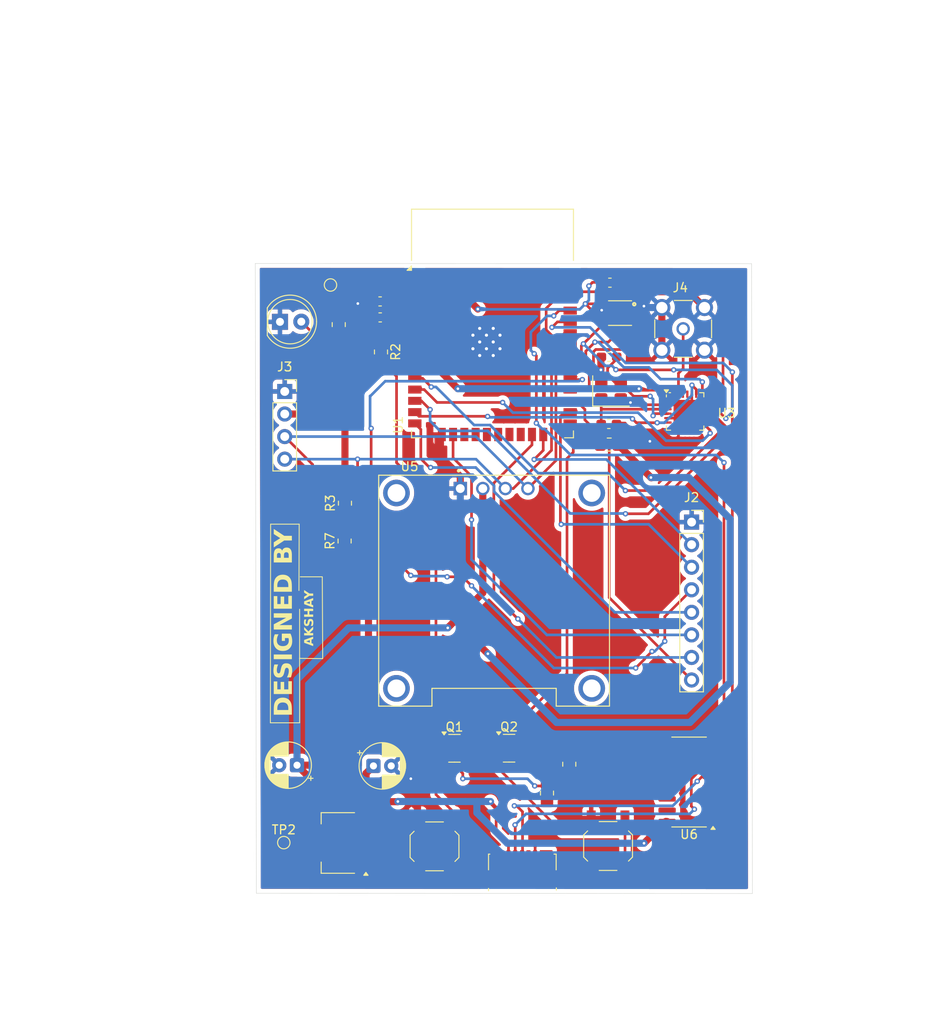
<source format=kicad_pcb>
(kicad_pcb (version 20241229) (generator "pcbnew") (generator_version "9.0")
  (layers (0 "F.Cu" signal) (2 "B.Cu" signal) (13 "F.Paste" user) (15 "B.Paste" user) (5 "F.SilkS" user "F.Silkscreen") (7 "B.SilkS" user "B.Silkscreen") (1 "F.Mask" user) (3 "B.Mask" user) (25 "Edge.Cuts" user))
  (net 0 "")
  (net 1 "/3.3V")
  (net 2 "/GND")
  (net 3 "/VIN")
  (net 4 "/EN")
  (net 5 "Net-(U3-XTA)")
  (net 6 "Net-(U3-XTB)")
  (net 7 "Net-(D1-A)")
  (net 8 "/D-")
  (net 11 "/D+")
  (net 12 "/IO12")
  (net 13 "/IO4")
  (net 14 "/IO16")
  (net 15 "/IO13")
  (net 16 "/IO2")
  (net 17 "/IO15")
  (net 18 "/SCL")
  (net 19 "/SDA")
  (net 20 "Net-(Q1-C)")
  (net 21 "Net-(Q2-C)")
  (net 22 "/IO0")
  (net 23 "/RTS")
  (net 24 "/DTR")
  (net 25 "/RXD")
  (net 26 "/MOSI")
  (net 29 "/MISO")
  (net 30 "/BUSY")
  (net 31 "/RESET")
  (net 37 "/TXD")
  (net 38 "/SCK")
  (net 44 "/DIO1")
  (net 46 "/IO17")
  (net 47 "/NSS")
  (net 65 "/RFO")
  (net 66 "/IO5")
  (footprint "Button_Switch_SMD:SW_SPST_TL3342" (layer "F.Cu") (at 130.06 142.06 90)
    (property "Reference" "SW2" (hide yes))
    (property "Value" "SW_SPST")
  )
  (footprint "Connector_PinSocket_2.54mm:PinSocket_1x08_P2.54mm_Vertical" (layer "F.Cu") (at 159.02 105.55)
    (property "Reference" "J2")
    (property "Value" "Conn_01x08_Pin")
  )
  (footprint "MY_LIBRARY_MODIFIED:LED_D5.0mm_modified" (layer "F.Cu") (at 112.51 82.98)
    (property "Reference" "D1" (hide yes))
    (property "Value" "LED" (hide yes))
  )
  (footprint "Button_Switch_SMD:SW_SPST_TL3342" (layer "F.Cu") (at 149.61 142.02 90)
    (property "Reference" "SW3" (hide yes))
    (property "Value" "SW_SPST" (hide yes))
  )
  (footprint "Connector_PinSocket_2.54mm:PinSocket_1x04_P2.54mm_Vertical" (layer "F.Cu") (at 113.185 90.84)
    (property "Reference" "J3")
    (property "Value" "Conn_01x04_Pin" (hide yes))
  )
  (footprint "Resistor_SMD:R_0805_2012Metric_Pad1.20x1.40mm_HandSolder" (layer "F.Cu") (at 145.24 132.81 -90)
    (property "Reference" "R6" (hide yes))
    (property "Value" "1K")
  )
  (footprint "Package_TO_SOT_SMD:SOT-223-3_TabPin2" (layer "F.Cu") (at 119.2 141.68 180)
    (property "Reference" "U2" (hide yes))
    (property "Value" "AMS1117-3.3" (hide yes))
  )
  (footprint "Capacitor_SMD:C_0603_1608Metric_Pad1.08x0.95mm_HandSolder" (layer "F.Cu") (at 149.8175 78.59)
    (property "Reference" "C5" (hide yes))
    (property "Value" "0.1uF" (hide yes))
  )
  (footprint "TestPoint:TestPoint_Pad_D1.0mm" (layer "F.Cu") (at 118.34 78.85)
    (property "Reference" "TP1" (hide yes))
    (property "Value" "TestPoint" (hide yes))
  )
  (footprint "SMA_FEMALE:LPRS_SMA_CONNECTOR" (layer "F.Cu") (at 158.07 83.79)
    (property "Reference" "J4")
    (property "Value" "SMA_CONNECTOR" (hide yes))
  )
  (footprint "Capacitor_SMD:C_0603_1608Metric_Pad1.08x0.95mm_HandSolder" (layer "F.Cu") (at 149.6975 94.5 180)
    (property "Reference" "C6" (hide yes))
    (property "Value" "10pF")
  )
  (footprint "Resistor_SMD:R_0805_2012Metric_Pad1.20x1.40mm_HandSolder" (layer "F.Cu") (at 119.97 103.42 90)
    (property "Reference" "R3")
    (property "Value" "4.7K")
  )
  (footprint "Crystal:Crystal_SMD_3225-4Pin_3.2x2.5mm" (layer "F.Cu") (at 149.94 90.78)
    (property "Reference" "Y1" (hide yes))
    (property "Value" "16Mhz")
  )
  (footprint "DM-OLED096-636:MODULE_DM-OLED096-636" (layer "F.Cu") (at 136.77 113.27)
    (property "Reference" "U5")
    (property "Value" "DM-OLED096-636" (hide yes))
  )
  (footprint "Capacitor_THT:CP_Radial_D5.0mm_P2.00mm" (layer "F.Cu") (at 114.57 132.92 180)
    (property "Reference" "C1" (hide yes))
    (property "Value" "10uF" (hide yes))
  )
  (footprint "BME280:PSON65P250X250X100-8N" (layer "F.Cu") (at 150.96 82.015)
    (property "Reference" "U4" (hide yes))
    (property "Value" "BME280")
  )
  (footprint "Capacitor_SMD:C_0603_1608Metric_Pad1.08x0.95mm_HandSolder" (layer "F.Cu") (at 149.7175 86.94 180)
    (property "Reference" "C7" (hide yes))
    (property "Value" "10pF")
  )
  (footprint "Capacitor_SMD:C_0603_1608Metric_Pad1.08x0.95mm_HandSolder" (layer "F.Cu") (at 123.94 82.5)
    (property "Reference" "C3" (hide yes))
    (property "Value" "0.1uF" (hide yes))
  )
  (footprint "MY_LIBRARY_MODIFIED:ESP32-WROOM-32_MODIFIED" (layer "F.Cu") (at 136.59 86.175)
    (property "Reference" "U1")
    (property "Value" "ESP32-WROOM-32")
  )
  (footprint "Resistor_SMD:R_0805_2012Metric_Pad1.20x1.40mm_HandSolder" (layer "F.Cu") (at 119.27 83.31 90)
    (property "Reference" "R4" (hide yes))
    (property "Value" "330")
  )
  (footprint "Package_TO_SOT_SMD:SOT-23" (layer "F.Cu") (at 132.3025 131.02)
    (property "Reference" "Q1")
    (property "Value" "BC547" (hide yes))
  )
  (footprint "TestPoint:TestPoint_Pad_D1.0mm" (layer "F.Cu") (at 113.08 141.64)
    (property "Reference" "TP2")
    (property "Value" "TestPoint" (hide yes))
  )
  (footprint "Package_DFN_QFN:QFN-24-1EP_4x4mm_P0.5mm_EP2.6x2.6mm" (layer "F.Cu") (at 158.29 93.0875)
    (property "Reference" "U3")
    (property "Value" "SX1262IMLTRT" (hide yes))
  )
  (footprint "Capacitor_SMD:C_0603_1608Metric_Pad1.08x0.95mm_HandSolder" (layer "F.Cu") (at 123.93 80.7 180)
    (property "Reference" "C4" (hide yes))
    (property "Value" "0.1uF" (hide yes))
  )
  (footprint "Package_SO:SOIC-16_3.9x9.9mm_P1.27mm" (layer "F.Cu") (at 158.735 134.815 180)
    (property "Reference" "U6")
    (property "Value" "CH340C")
  )
  (footprint "Resistor_SMD:R_0805_2012Metric_Pad1.20x1.40mm_HandSolder" (layer "F.Cu") (at 149.74 96.82)
    (property "Reference" "R1" (hide yes))
    (property "Value" "10K")
  )
  (footprint "Resistor_SMD:R_0805_2012Metric_Pad1.20x1.40mm_HandSolder" (layer "F.Cu") (at 142.73 136.06 -90)
    (property "Reference" "R5" (hide yes))
    (property "Value" "1K")
  )
  (footprint "Resistor_SMD:R_0805_2012Metric_Pad1.20x1.40mm_HandSolder" (layer "F.Cu") (at 119.93 107.68 90)
    (property "Reference" "R7")
    (property "Value" "4.7K")
  )
  (footprint "Package_TO_SOT_SMD:SOT-23" (layer "F.Cu") (at 138.4575 131.01)
    (property "Reference" "Q2")
    (property "Value" "BC547" (hide yes))
  )
  (footprint "MY_LIBRARY_MODIFIED:USB_Micro-B_Molex_47346-0001" (layer "F.Cu") (at 139.9525 144.645)
    (property "Reference" "J1" (hide yes))
    (property "Value" "USB_B_Micro")
  )
  (footprint "Resistor_SMD:R_0805_2012Metric_Pad1.20x1.40mm_HandSolder" (layer "F.Cu") (at 124.03 86.39 -90)
    (property "Reference" "R2")
    (property "Value" "10k")
  )
  (footprint "Capacitor_THT:CP_Radial_D5.0mm_P2.00mm" (layer "F.Cu") (at 123.18 133)
    (property "Reference" "C2" (hide yes))
    (property "Value" "10uF" (hide yes))
  )
  (gr_line (start 117.417433 111.74) (end 117.462566 120.92) (stroke (width 0.1)) (layer "F.SilkS"))
  (gr_line (start 114.86 128.15) (end 114.86 115.36) (stroke (width 0.1)) (layer "F.SilkS"))
  (gr_line (start 111.57 128.15) (end 114.86 128.15) (stroke (width 0.1)) (layer "F.SilkS"))
  (gr_line (start 111.595 105.78) (end 111.57 128.15) (stroke (width 0.1)) (layer "F.SilkS"))
  (gr_line (start 117.462566 120.92) (end 114.845 120.89) (stroke (width 0.1)) (layer "F.SilkS"))
  (gr_line (start 114.8125 105.78) (end 114.7875 113.25) (stroke (width 0.1)) (layer "F.SilkS"))
  (gr_line (start 114.94 111.71) (end 117.417286 111.71) (stroke (width 0.1)) (layer "F.SilkS"))
  (gr_line (start 114.8125 105.78) (end 111.595 105.78) (stroke (width 0.1)) (layer "F.SilkS"))
  (gr_line (start 165.87 147.37) (end 109.99 147.34) (stroke (width 0.05)) (layer "Edge.Cuts"))
  (gr_line (start 109.99 147.34) (end 109.868196 76.43) (stroke (width 0.05)) (layer "Edge.Cuts"))
  (gr_line (start 165.78 76.45) (end 165.87 147.37) (stroke (width 0.05)) (layer "Edge.Cuts"))
  (gr_line (start 109.868196 76.43) (end 165.78 76.45) (stroke (width 0.05)) (layer "Edge.Cuts"))
  (gr_text "DESIGNED BY \n" (at 114.33 127.49 90) (layer "F.SilkS") (effects (font (size 2 2) (thickness 0.5) (bold yes)) (justify left bottom)))
  (gr_text "AKSHAY" (at 116.56 119.52 90) (layer "F.SilkS") (effects (font (size 1 1) (thickness 0.25) (bold yes)) (justify left bottom)))
  (segment (start 153.28 90.72) (end 155.0712 90.72) (width 0.2502) (layer "F.Cu") (net 1))
  (segment (start 147.05 80.97) (end 149.92 80.97) (width 0.3) (layer "F.Cu") (net 1))
  (segment (start 117.62 105.33) (end 118.97 106.68) (width 0.8) (layer "F.Cu") (net 1))
  (segment (start 118.67 87.59) (end 122.45 83.81) (width 0.8) (layer "F.Cu") (net 1))
  (segment (start 153.09 90.53) (end 153.28 90.72) (width 0.2502) (layer "F.Cu") (net 1))
  (segment (start 122.62 108.44) (end 122.62 126.51) (width 0.8) (layer "F.Cu") (net 1))
  (segment (start 134.19 114.82) (end 131.55 117.46) (width 0.8) (layer "F.Cu") (net 1))
  (segment (start 147.86 78.55) (end 148.915 78.55) (width 0.3) (layer "F.Cu") (net 1))
  (segment (start 113.08 141.64) (end 113.08 138.33) (width 0.8) (layer "F.Cu") (net 1))
  (segment (start 149.92 80.97) (end 149.99 81.04) (width 0.3) (layer "F.Cu") (net 1))
  (segment (start 113.185 93.38) (end 118.67 93.38) (width 0.8) (layer "F.Cu") (net 1))
  (segment (start 136.07 120.37) (end 134.19 118.49) (width 0.8) (layer "F.Cu") (net 1))
  (segment (start 130.73 80.295) (end 131.07 80.295) (width 0.8) (layer "F.Cu") (net 1))
  (segment (start 150.74 96.83) (end 154.44 100.53) (width 0.8) (layer "F.Cu") (net 1))
  (segment (start 120.86 106.68) (end 122.62 108.44) (width 0.8) (layer "F.Cu") (net 1))
  (segment (start 131.07 80.295) (end 133.675 80.295) (width 0.8) (layer "F.Cu") (net 1))
  (segment (start 150.74 96.82) (end 150.74 96.83) (width 0.8) (layer "F.Cu") (net 1))
  (segment (start 148.42 82.34) (end 149.99 82.34) (width 0.3) (layer "F.Cu") (net 1))
  (segment (start 118.67 93.38) (end 118.67 87.59) (width 0.8) (layer "F.Cu") (net 1))
  (segment (start 116.21 132.92) (end 114.57 132.92) (width 0.8) (layer "F.Cu") (net 1))
  (segment (start 135.5 101.77) (end 135.5 113.51) (width 0.8) (layer "F.Cu") (net 1))
  (segment (start 113.08 138.33) (end 114.51 136.9) (width 0.8) (layer "F.Cu") (net 1))
  (segment (start 148.915 78.55) (end 148.955 78.59) (width 0.3) (layer "F.Cu") (net 1))
  (segment (start 124.7925 80.7) (end 126.2975 79.195) (width 0.8) (layer "F.Cu") (net 1))
  (segment (start 121.98 78.8) (end 125.9025 78.8) (width 0.8) (layer "F.Cu") (net 1))
  (segment (start 116.05 136.9) (end 116.05 134.4) (width 0.8) (layer "F.Cu") (net 1))
  (segment (start 122.62 126.51) (end 116.21 132.92) (width 0.8) (layer "F.Cu") (net 1))
  (segment (start 122.45 83.81) (end 124.03 85.39) (width 0.8) (layer "F.Cu") (net 1))
  (segment (start 119.93 106.68) (end 120.86 106.68) (width 0.8) (layer "F.Cu") (net 1))
  (segment (start 119.27 81.51) (end 121.98 78.8) (width 0.8) (layer "F.Cu") (net 1))
  (segment (start 119.97 102.42) (end 118.35 102.42) (width 0.8) (layer "F.Cu") (net 1))
  (segment (start 117.62 103.15) (end 117.62 105.33) (width 0.8) (layer "F.Cu") (net 1))
  (segment (start 129.97 79.195) (end 131.07 80.295) (width 0.8) (layer "F.Cu") (net 1))
  (segment (start 154.44 100.53) (end 154.48 100.57) (width 0.8) (layer "F.Cu") (net 1))
  (segment (start 119.97 102.42) (end 119.97 94.68) (width 0.8) (layer "F.Cu") (net 1))
  (segment (start 116.05 134.4) (end 114.57 132.92) (width 0.8) (layer "F.Cu") (net 1))
  (segment (start 114.51 136.9) (end 116.05 136.9) (width 0.8) (layer "F.Cu") (net 1))
  (segment (start 147.05 80.97) (end 148.42 82.34) (width 0.3) (layer "F.Cu") (net 1))
  (segment (start 126.2975 79.195) (end 127.84 79.195) (width 0.8) (layer "F.Cu") (net 1))
  (segment (start 130.73 88.57) (end 130.73 80.295) (width 0.8) (layer "F.Cu") (net 1))
  (segment (start 156.1214 91.82) (end 156.1712 91.82) (width 0.2502) (layer "F.Cu") (net 1))
  (segment (start 156.3325 91.82) (end 156.1712 91.82) (width 0.3) (layer "F.Cu") (net 1))
  (segment (start 155.0712 90.72) (end 156.1712 91.82) (width 0.2502) (layer "F.Cu") (net 1))
  (segment (start 116.05 141.68) (end 116.05 136.9) (width 0.8) (layer "F.Cu") (net 1))
  (segment (start 147.45 78.96) (end 147.86 78.55) (width 0.3) (layer "F.Cu") (net 1))
  (segment (start 132.69 90.53) (end 130.73 88.57) (width 0.8) (layer "F.Cu") (net 1))
  (segment (start 120.95 82.31) (end 122.45 83.81) (width 0.8) (layer "F.Cu") (net 1))
  (segment (start 135.5 113.51) (end 134.19 114.82) (width 0.8) (layer "F.Cu") (net 1))
  (segment (start 127.84 79.195) (end 129.97 79.195) (width 0.8) (layer "F.Cu") (net 1))
  (segment (start 119.97 94.68) (end 118.67 93.38) (width 0.8) (layer "F.Cu") (net 1))
  (segment (start 133.675 80.295) (end 134.94 81.56) (width 0.8) (layer "F.Cu") (net 1))
  (segment (start 119.27 82.31) (end 119.27 81.51) (width 0.8) (layer "F.Cu") (net 1))
  (segment (start 134.19 118.49) (end 134.19 114.82) (width 0.8) (layer "F.Cu") (net 1))
  (segment (start 119.27 82.31) (end 120.95 82.31) (width 0.8) (layer "F.Cu") (net 1))
  (segment (start 118.35 102.42) (end 117.62 103.15) (width 0.8) (layer "F.Cu") (net 1))
  (segment (start 118.97 106.68) (end 119.93 106.68) (width 0.8) (layer "F.Cu") (net 1))
  (segment (start 125.9025 78.8) (end 126.2975 79.195) (width 0.8) (layer "F.Cu") (net 1))
  (segment (start 122.35 141.68) (end 116.05 141.68) (width 0.8) (layer "F.Cu") (net 1))
  (via micro (at 132.69 90.53) (size 0.6) (drill 0.3) (layers "F.Cu" "B.Cu") (net 1))
  (via micro (at 131.55 117.46) (size 0.6) (drill 0.3) (layers "F.Cu" "B.Cu") (net 1))
  (via (at 154.44 100.53) (size 0.6) (drill 0.3) (layers "F.Cu" "B.Cu") (net 1))
  (via micro (at 134.94 81.56) (size 0.6) (drill 0.3) (layers "F.Cu" "B.Cu") (net 1))
  (via (at 136.07 120.37) (size 0.6) (drill 0.3) (layers "F.Cu" "B.Cu") (net 1))
  (via (at 147.05 80.97) (size 0.6) (drill 0.3) (layers "F.Cu" "B.Cu") (net 1))
  (via (at 153.09 90.53) (size 0.6) (drill 0.3) (layers "F.Cu" "B.Cu") (net 1))
  (via micro (at 147.45 78.96) (size 0.6) (drill 0.3) (layers "F.Cu" "B.Cu") (net 1))
  (segment (start 158.7 100.53) (end 163.36 105.19) (width 0.8) (layer "B.Cu") (net 1))
  (segment (start 146.43 81.59) (end 134.97 81.59) (width 0.3) (layer "B.Cu") (net 1))
  (segment (start 143.81 128.11) (end 136.07 120.37) (width 0.8) (layer "B.Cu") (net 1))
  (segment (start 147.45 80.57) (end 147.45 78.96) (width 0.3) (layer "B.Cu") (net 1))
  (segment (start 146.43 81.59) (end 147.05 80.97) (width 0.3) (layer "B.Cu") (net 1))
  (segment (start 114.57 123.28) (end 114.57 132.92) (width 0.8) (layer "B.Cu") (net 1))
  (segment (start 163.36 105.19) (end 163.36 123.58) (width 0.8) (layer "B.Cu") (net 1))
  (segment (start 158.83 128.11) (end 143.81 128.11) (width 0.8) (layer "B.Cu") (net 1))
  (segment (start 147.45 78.96) (end 147.45 78.95) (width 0.3) (layer "B.Cu") (net 1))
  (segment (start 163.36 123.58) (end 158.83 128.11) (width 0.8) (layer "B.Cu") (net 1))
  (segment (start 147.05 80.97) (end 147.45 80.57) (width 0.3) (layer "B.Cu") (net 1))
  (segment (start 131.55 117.46) (end 120.39 117.46) (width 0.8) (layer "B.Cu") (net 1))
  (segment (start 154.44 100.53) (end 158.7 100.53) (width 0.8) (layer "B.Cu") (net 1))
  (segment (start 153.09 90.53) (end 132.69 90.53) (width 0.8) (layer "B.Cu") (net 1))
  (segment (start 120.39 117.46) (end 114.57 123.28) (width 0.8) (layer "B.Cu") (net 1))
  (segment (start 134.97 81.59) (end 134.94 81.56) (width 0.3) (layer "B.Cu") (net 1))
  (segment (start 146.65 145.52) (end 147.72 145.52) (width 0.3) (layer "F.Cu") (net 2))
  (segment (start 145.62 144.52) (end 145.65 144.52) (width 0.3) (layer "F.Cu") (net 2))
  (segment (start 149.99 81.69) (end 148.89 81.69) (width 0.3) (layer "F.Cu") (net 2))
  (segment (start 152.134426 92.0865) (end 151.4965 92.0865) (width 0.8) (layer "F.Cu") (net 2))
  (segment (start 157.54 93.8375) (end 157.54 95.025) (width 0.3) (layer "F.Cu") (net 2))
  (segment (start 137.435 83.74) (end 138.8458 83.74) (width 0.8) (layer "F.Cu") (net 2))
  (segment (start 130.6824 98.1367) (end 130.4525 98.1367) (width 0.8) (layer "F.Cu") (net 2))
  (segment (start 141.9379 80.6479) (end 141.9379 79.7771) (width 0.8) (layer "F.Cu") (net 2))
  (segment (start 150.68 78.59) (end 157.67 78.59) (width 0.8) (layer "F.Cu") (net 2))
  (segment (start 128.14 137.6883) (end 127.3912 136.9395) (width 0.8) (layer "F.Cu") (net 2))
  (segment (start 156.3525 92.3375) (end 152.385426 92.3375) (width 0.3) (layer "F.Cu") (net 2))
  (segment (start 123.0675 82.49) (end 123.0775 82.5) (width 0.8) (layer "F.Cu") (net 2))
  (segment (start 152.51 96.45) (end 154.32 96.45) (width 0.8) (layer "F.Cu") (net 2))
  (segment (start 156.98 96.45) (end 154.32 96.45) (width 0.3) (layer "F.Cu") (net 2))
  (segment (start 139.215 77.925) (end 141.9379 80.6479) (width 0.8) (layer "F.Cu") (net 2))
  (segment (start 141.9379 79.7771) (end 143.79 77.925) (width 0.8) (layer "F.Cu") (net 2))
  (segment (start 151.4965 92.0865) (end 151.04 91.63) (width 0.8) (layer "F.Cu") (net 2))
  (segment (start 127.3912 136.9395) (end 127.3912 134.4434) (width 0.8) (layer "F.Cu") (net 2))
  (segment (start 132.96 101.77) (end 132.96 100.4143) (width 0.8) (layer "F.Cu") (net 2))
  (segment (start 135.4825 84.84) (end 135.4825 85.6025) (width 0.8) (layer "F.Cu") (net 2))
  (segment (start 123.0675 80.7) (end 123.0675 82.49) (width 0.8) (layer "F.Cu") (net 2))
  (segment (start 157.67 78.59) (end 160.47 81.39) (width 0.8) (layer "F.Cu") (net 2))
  (segment (start 156.3525 93.8375) (end 157.54 93.8375) (width 0.3) (layer "F.Cu") (net 2))
  (segment (start 144.63 141.72) (end 145.62 142.71) (width 0.3) (layer "F.Cu") (net 2))
  (segment (start 157.54 95.025) (end 157.54 95.89) (width 0.3) (layer "F.Cu") (net 2))
  (segment (start 145.62 142.71) (end 145.62 144.52) (width 0.3) (layer "F.Cu") (net 2))
  (segment (start 151.93 81.04) (end 153.46 81.04) (width 0.3) (layer "F.Cu") (net 2))
  (segment (start 148.8 88.41) (end 148.8 86.995) (width 0.8) (layer "F.Cu") (net 2))
  (segment (start 141.3925 142.055) (end 141.3925 143.185) (width 0.3) (layer "F.Cu") (net 2))
  (segment (start 148.8 86.995) (end 148.855 86.94) (width 0.8) (layer "F.Cu") (net 2))
  (segment (start 157.54 93.8375) (end 158.29 93.0875) (width 0.3) (layer "F.Cu") (net 2))
  (segment (start 155.67 86.19) (end 155.67 81.39) (width 0.8) (layer "F.Cu") (net 2))
  (segment (start 127.84 77.925) (end 139.215 77.925) (width 0.8) (layer "F.Cu") (net 2))
  (segment (start 121.66 80.7) (end 121.42 80.94) (width 0.8) (layer "F.Cu") (net 2))
  (segment (start 130.4525 98.1367) (end 130.4525 96.1125) (width 0.8) (layer "F.Cu") (net 2))
  (segment (start 145.65 144.52) (end 146.65 145.52) (width 0.3) (layer "F.Cu") (net 2))
  (segment (start 132.96 100.4143) (end 130.6824 98.1367) (width 0.8) (layer "F.Cu") (net 2))
  (segment (start 159.04 92.3375) (end 158.29 93.0875) (width 0.3) (layer "F.Cu") (net 2))
  (segment (start 153.46 81.04) (end 153.65 81.23) (width 0.3) (layer "F.Cu") (net 2))
  (segment (start 152.385426 92.3375) (end 152.134426 92.0865) (width 0.3) (layer "F.Cu") (net 2))
  (segment (start 157.54 95.89) (end 156.98 96.45) (width 0.3) (layer "F.Cu") (net 2))
  (segment (start 128.14 139.14) (end 128.14 137.6883) (width 0.8) (layer "F.Cu") (net 2))
  (segment (start 143.79 77.925) (end 145.34 77.925) (width 0.8) (layer "F.Cu") (net 2))
  (segment (start 141.7275 141.72) (end 141.3925 142.055) (width 0.3) (layer "F.Cu") (net 2))
  (segment (start 159.04 91.15) (end 159.04 92.3375) (width 0.3) (layer "F.Cu") (net 2))
  (segment (start 156.3525 92.3375) (end 157.54 92.3375) (width 0.3) (layer "F.Cu") (net 2))
  (segment (start 157.54 92.3375) (end 158.29 93.0875) (width 0.3) (layer "F.Cu") (net 2))
  (segment (start 141.7275 141.72) (end 144.63 141.72) (width 0.3) (layer "F.Cu") (net 2))
  (segment (start 123.0675 80.7) (end 121.66 80.7) (width 0.8) (layer "F.Cu") (net 2))
  (segment (start 130.4525 96.1125) (end 130.88 95.685) (width 0.8) (layer "F.Cu") (net 2))
  (segment (start 138.8458 83.74) (end 141.9379 80.6479) (width 0.8) (layer "F.Cu") (net 2))
  (segment (start 150.56 94.5) (end 152.51 96.45) (width 0.8) (layer "F.Cu") (net 2))
  (via (at 148.89 81.69) (size 0.6) (drill 0.3) (layers "F.Cu" "B.Cu") (net 2))
  (via micro (at 153.65 81.23) (size 0.6) (drill 0.3) (layers "F.Cu" "B.Cu") (net 2))
  (via (at 121.42 80.94) (size 0.6) (drill 0.3) (layers "F.Cu" "B.Cu") (net 2))
  (via (at 148.8 88.41) (size 0.6) (drill 0.3) (layers "F.Cu" "B.Cu") (net 2))
  (via (at 152.134426 92.0865) (size 0.6) (drill 0.3) (layers "F.Cu" "B.Cu") (net 2))
  (via (at 154.32 96.45) (size 0.6) (drill 0.3) (layers "F.Cu" "B.Cu") (net 2))
  (via (at 127.3912 134.4434) (size 0.6) (drill 0.3) (layers "F.Cu" "B.Cu") (net 2))
  (segment (start 132.96 128.8746) (end 132.96 101.77) (width 0.8) (layer "B.Cu") (net 2))
  (segment (start 153.81 81.39) (end 153.65 81.23) (width 0.8) (layer "B.Cu") (net 2))
  (segment (start 127.3912 134.4434) (end 132.96 128.8746) (width 0.8) (layer "B.Cu") (net 2))
  (segment (start 155.67 81.39) (end 153.81 81.39) (width 0.8) (layer "B.Cu") (net 2))
  (segment (start 156.26 139.26) (end 156.11 139.26) (width 0.8) (layer "F.Cu") (net 3))
  (segment (start 122.35 133.83) (end 123.18 133) (width 0.8) (layer "F.Cu") (net 3))
  (segment (start 156.11 139.26) (end 153.66 141.71) (width 0.8) (layer "F.Cu") (net 3))
  (segment (start 122.35 139.38) (end 122.35 137.03) (width 0.8) (layer "F.Cu") (net 3))
  (segment (start 137 137.64) (end 136.37 137.01) (width 0.3) (layer "F.Cu") (net 3))
  (segment (start 138.3925 141.7625) (end 138.3925 143.185) (width 0.3) (layer "F.Cu") (net 3))
  (segment (start 125.91 137.03) (end 125.93 137.01) (width 0.8) (layer "F.Cu") (net 3))
  (segment (start 122.35 137.03) (end 125.91 137.03) (width 0.8) (layer "F.Cu") (net 3))
  (segment (start 137 140.37) (end 138.3925 141.7625) (width 0.3) (layer "F.Cu") (net 3))
  (segment (start 122.35 137.03) (end 122.35 133.83) (width 0.8) (layer "F.Cu") (net 3))
  (segment (start 137 140.37) (end 137 137.64) (width 0.3) (layer "F.Cu") (net 3))
  (via (at 136.37 137.01) (size 0.6) (drill 0.3) (layers "F.Cu" "B.Cu") (net 3))
  (via micro (at 153.66 141.71) (size 0.6) (drill 0.3) (layers "F.Cu" "B.Cu") (net 3))
  (via micro (at 125.93 137.01) (size 0.6) (drill 0.3) (layers "F.Cu" "B.Cu") (net 3))
  (segment (start 153.66 141.71) (end 138.26 141.71) (width 0.8) (layer "B.Cu") (net 3))
  (segment (start 134.83 138.28) (end 134.83 137.01) (width 0.8) (layer "B.Cu") (net 3))
  (segment (start 125.93 137.01) (end 133.56 137.01) (width 0.8) (layer "B.Cu") (net 3))
  (segment (start 133.56 137.01) (end 134.83 137.01) (width 0.8) (layer "B.Cu") (net 3))
  (segment (start 138.26 141.71) (end 134.83 138.28) (width 0.8) (layer "B.Cu") (net 3))
  (segment (start 134.83 137.01) (end 136.37 137.01) (width 0.8) (layer "B.Cu") (net 3))
  (segment (start 130.2211 130.07) (end 130.2211 136.2194) (width 0.3) (layer "F.Cu") (net 4))
  (segment (start 131.94 139.14) (end 131.94 137.9383) (width 0.3) (layer "F.Cu") (net 4))
  (segment (start 124.8025 82.5) (end 126.8375 80.465) (width 0.3) (layer "F.Cu") (net 4))
  (segment (start 125.7824 89.1424) (end 125.7824 98.8598) (width 0.3) (layer "F.Cu") (net 4))
  (segment (start 130.2211 136.2194) (end 131.94 137.9383) (width 0.3) (layer "F.Cu") (net 4))
  (segment (start 124.03 87.39) (end 125.7824 89.1424) (width 0.3) (layer "F.Cu") (net 4))
  (segment (start 125.1177 86.3023) (end 124.03 87.39) (width 0.3) (layer "F.Cu") (net 4))
  (segment (start 126.8375 80.465) (end 127.84 80.465) (width 0.3) (layer "F.Cu") (net 4))
  (segment (start 131.94 139.14) (end 131.94 145.44) (width 0.3) (layer "F.Cu") (net 4))
  (segment (start 130.2211 103.2985) (end 130.2211 130.07) (width 0.3) (layer "F.Cu") (net 4))
  (segment (start 125.7824 98.8598) (end 130.2211 103.2985) (width 0.3) (layer "F.Cu") (net 4))
  (segment (start 125.1177 82.5) (end 124.8025 82.5) (width 0.3) (layer "F.Cu") (net 4))
  (segment (start 131.365 130.07) (end 130.2211 130.07) (width 0.3) (layer "F.Cu") (net 4))
  (segment (start 125.1177 82.5) (end 125.1177 86.3023) (width 0.3) (layer "F.Cu") (net 4))
  (segment (start 156.3525 92.8375) (end 149.0075 92.8375) (width 0.3) (layer "F.Cu") (net 5))
  (segment (start 148.84 91.63) (end 148.835 91.635) (width 0.3) (layer "F.Cu") (net 5))
  (segment (start 148.835 92.87) (end 148.835 94.5) (width 0.3) (layer "F.Cu") (net 5))
  (segment (start 148.835 91.635) (end 148.835 92.87) (width 0.3) (layer "F.Cu") (net 5))
  (segment (start 149.0075 92.8375) (end 149 92.83) (width 0.3) (layer "F.Cu") (net 5))
  (segment (start 154.9125 93.3375) (end 156.3525 93.3375) (width 0.3) (layer "F.Cu") (net 6))
  (segment (start 150.58 86.94) (end 150.58 87.19) (width 0.3) (layer "F.Cu") (net 6))
  (segment (start 150.49687 89.93) (end 151.04 89.93) (width 0.3) (layer "F.Cu") (net 6))
  (segment (start 152.49 91.38) (end 154.35 91.38) (width 0.3) (layer "F.Cu") (net 6))
  (segment (start 151.04 89.93) (end 152.49 91.38) (width 0.3) (layer "F.Cu") (net 6))
  (segment (start 149.56 88.21) (end 149.56 88.99313) (width 0.3) (layer "F.Cu") (net 6))
  (segment (start 149.56 88.99313) (end 150.49687 89.93) (width 0.3) (layer "F.Cu") (net 6))
  (segment (start 151.04 89.93) (end 150.58 89.47) (width 0.3) (layer "F.Cu") (net 6))
  (segment (start 150.58 87.19) (end 149.56 88.21) (width 0.3) (layer "F.Cu") (net 6))
  (segment (start 154.68 93.57) (end 154.9125 93.3375) (width 0.3) (layer "F.Cu") (net 6))
  (via (at 154.35 91.38) (size 0.6) (drill 0.3) (layers "F.Cu" "B.Cu") (net 6))
  (via (at 154.68 93.57) (size 0.6) (drill 0.3) (layers "F.Cu" "B.Cu") (net 6))
  (segment (start 154.68 93.57) (end 154.68 91.71) (width 0.3) (layer "B.Cu") (net 6))
  (segment (start 154.68 91.71) (end 154.35 91.38) (width 0.3) (layer "B.Cu") (net 6))
  (segment (start 116.38 84.31) (end 119.27 84.31) (width 0.3) (layer "F.Cu") (net 7))
  (segment (start 115.05 82.98) (end 116.38 84.31) (width 0.3) (layer "F.Cu") (net 7))
  (segment (start 139.1525 139.6625) (end 139.1525 143.185) (width 0.3) (layer "F.Cu") (net 8))
  (segment (start 161.21 132.91) (end 160.5584 132.91) (width 0.3) (layer "F.Cu") (net 8))
  (segment (start 158.9864 137.5343) (end 159.3344 137.8823) (width 0.3) (layer "F.Cu") (net 8))
  (segment (start 158.9864 134.482) (end 158.9864 137.5343) (width 0.3) (layer "F.Cu") (net 8))
  (segment (start 160.5584 132.91) (end 158.9864 134.482) (width 0.3) (layer "F.Cu") (net 8))
  (segment (start 139.13 139.64) (end 139.1525 139.6625) (width 0.3) (layer "F.Cu") (net 8))
  (via (at 159.3344 137.8823) (size 0.6) (drill 0.3) (layers "F.Cu" "B.Cu") (net 8))
  (via (at 139.13 139.64) (size 0.6) (drill 0.3) (layers "F.Cu" "B.Cu") (net 8))
  (segment (start 140.371 138.399) (end 158.8177 138.399) (width 0.3) (layer "B.Cu") (net 8))
  (segment (start 139.13 139.64) (end 140.371 138.399) (width 0.3) (layer "B.Cu") (net 8))
  (segment (start 158.8177 138.399) (end 159.3344 137.8823) (width 0.3) (layer "B.Cu") (net 8))
  (segment (start 139.975 143.1325) (end 139.9225 143.185) (width 0.3) (layer "F.Cu") (net 11))
  (segment (start 139.975 138.1634) (end 139.975 143.1325) (width 0.3) (layer "F.Cu") (net 11))
  (segment (start 139.3054 137.4938) (end 139.0492 137.4938) (width 0.3) (layer "F.Cu") (net 11))
  (segment (start 161.21 134.18) (end 160.2167 134.18) (width 0.3) (layer "F.Cu") (net 11))
  (segment (start 160.2167 134.18) (end 159.6565 134.7402) (width 0.3) (layer "F.Cu") (net 11))
  (segment (start 139.975 138.1634) (end 139.3054 137.4938) (width 0.3) (layer "F.Cu") (net 11))
  (via (at 139.0492 137.4938) (size 0.6) (drill 0.3) (layers "F.Cu" "B.Cu") (net 11))
  (via (at 159.6565 134.7402) (size 0.6) (drill 0.3) (layers "F.Cu" "B.Cu") (net 11))
  (segment (start 156.9029 137.4938) (end 139.0492 137.4938) (width 0.3) (layer "B.Cu") (net 11))
  (segment (start 159.6565 134.7402) (end 156.9029 137.4938) (width 0.3) (layer "B.Cu") (net 11))
  (segment (start 128.5142 95.1092) (end 127.84 94.435) (width 0.3) (layer "F.Cu") (net 12))
  (segment (start 129.5032 99.4043) (end 128.5142 98.4153) (width 0.3) (layer "F.Cu") (net 12))
  (segment (start 129.62 99.4043) (end 129.5032 99.4043) (width 0.3) (layer "F.Cu") (net 12))
  (segment (start 128.5142 98.4153) (end 128.5142 95.1092) (width 0.3) (layer "F.Cu") (net 12))
  (via (at 129.62 99.4043) (size 0.6) (drill 0.3) (layers "F.Cu" "B.Cu") (net 12))
  (segment (start 129.62 99.4043) (end 134.7098 99.4043) (width 0.3) (layer "B.Cu") (net 12))
  (segment (start 136.7701 101.4646) (end 136.7701 102.1127) (width 0.3) (layer "B.Cu") (net 12))
  (segment (start 134.7098 99.4043) (end 136.7701 101.4646) (width 0.3) (layer "B.Cu") (net 12))
  (segment (start 150.3674 115.71) (end 159.02 115.71) (width 0.3) (layer "B.Cu") (net 12))
  (segment (start 136.7701 102.1127) (end 150.3674 115.71) (width 0.3) (layer "B.Cu") (net 12))
  (segment (start 145.34 93.165) (end 144.708 93.165) (width 0.3) (layer "F.Cu") (net 13))
  (segment (start 144.239 93.634) (end 144.239 105.7007) (width 0.3) (layer "F.Cu") (net 13))
  (segment (start 144.239 105.7007) (end 144.3335 105.7952) (width 0.3) (layer "F.Cu") (net 13))
  (segment (start 146.0142 93.0583) (end 146.0142 92.995) (width 0.3) (layer "F.Cu") (net 13))
  (segment (start 144.5798 93.496) (end 145.009 93.496) (width 0.3) (layer "F.Cu") (net 13))
  (segment (start 144.9125 92.995) (end 146.0142 92.995) (width 0.3) (layer "F.Cu") (net 13))
  (segment (start 144.708 93.165) (end 144.239 93.634) (width 0.3) (layer "F.Cu") (net 13))
  (via (at 144.3335 105.7952) (size 0.6) (drill 0.3) (layers "F.Cu" "B.Cu") (net 13))
  (segment (start 144.3335 105.7952) (end 154.1852 105.7952) (width 0.3) (layer "B.Cu") (net 13))
  (segment (start 154.1852 105.7952) (end 159.02 110.63) (width 0.3) (layer "B.Cu") (net 13))
  (segment (start 149.144 95.5474) (end 148.5033 95.5474) (width 0.3) (layer "F.Cu") (net 14))
  (segment (start 148.5033 95.5474) (end 147 94.0441) (width 0.3) (layer "F.Cu") (net 14))
  (segment (start 149.74 96.1434) (end 149.144 95.5474) (width 0.3) (layer "F.Cu") (net 14))
  (segment (start 147 94.0441) (end 147 92.86) (width 0.3) (layer "F.Cu") (net 14))
  (segment (start 159.02 123.33) (end 149.74 114.05) (width 0.3) (layer "F.Cu") (net 14))
  (segment (start 149.74 114.05) (end 149.74 96.1434) (width 0.3) (layer "F.Cu") (net 14))
  (segment (start 147 92.86) (end 146.035 91.895) (width 0.3) (layer "F.Cu") (net 14))
  (segment (start 146.035 91.895) (end 145.34 91.895) (width 0.3) (layer "F.Cu") (net 14))
  (segment (start 134.23 100.3942) (end 132.15 98.3142) (width 0.3) (layer "F.Cu") (net 15))
  (segment (start 134.23 105.29) (end 134.23 100.3942) (width 0.3) (layer "F.Cu") (net 15))
  (segment (start 132.15 98.3142) (end 132.15 95.685) (width 0.3) (layer "F.Cu") (net 15))
  (via (at 134.23 105.29) (size 0.6) (drill 0.3) (layers "F.Cu" "B.Cu") (net 15))
  (segment (start 134.23 105.29) (end 134.23 109.77) (width 0.3) (layer "B.Cu") (net 15))
  (segment (start 134.23 109.77) (end 142.71 118.25) (width 0.3) (layer "B.Cu") (net 15))
  (segment (start 142.71 118.25) (end 159.02 118.25) (width 0.3) (layer "B.Cu") (net 15))
  (segment (start 141.2804 98.4949) (end 142.3064 97.4689) (width 0.3) (layer "F.Cu") (net 16))
  (segment (start 142.3064 97.4689) (end 142.3064 95.685) (width 0.3) (layer "F.Cu") (net 16))
  (via (at 141.2804 98.4949) (size 0.6) (drill 0.3) (layers "F.Cu" "B.Cu") (net 16))
  (segment (start 159.02 108.09) (end 149.4249 98.4949) (width 0.3) (layer "B.Cu") (net 16))
  (segment (start 149.4249 98.4949) (end 141.2804 98.4949) (width 0.3) (layer "B.Cu") (net 16))
  (segment (start 136.74 101.15) (end 136.74 110.6067) (width 0.3) (layer "F.Cu") (net 17))
  (segment (start 136.74 101.15) (end 141.04 96.85) (width 0.3) (layer "F.Cu") (net 17))
  (segment (start 136.75 113.75) (end 139.45 116.45) (width 0.3) (layer "F.Cu") (net 17))
  (segment (start 141.04 96.85) (end 141.04 95.685) (width 0.3) (layer "F.Cu") (net 17))
  (segment (start 136.75 110.6167) (end 136.75 113.75) (width 0.3) (layer "F.Cu") (net 17))
  (segment (start 136.74 110.6067) (end 136.75 110.6167) (width 0.3) (layer "F.Cu") (net 17))
  (via micro (at 139.45 116.45) (size 0.6) (drill 0.3) (layers "F.Cu" "B.Cu") (net 17))
  (segment (start 145.2921 120.79) (end 143.79 120.79) (width 0.3) (layer "B.Cu") (net 17))
  (segment (start 143.79 120.79) (end 139.45 116.45) (width 0.3) (layer "B.Cu") (net 17))
  (segment (start 145.2921 120.79) (end 159.02 120.79) (width 0.3) (layer "B.Cu") (net 17))
  (segment (start 142.6362 83.8916) (end 142.6362 81.4838) (width 0.3) (layer "F.Cu") (net 18))
  (segment (start 143.237 84.4924) (end 142.6362 83.8916) (width 0.3) (layer "F.Cu") (net 18))
  (segment (start 143.237 97.4599) (end 143.237 84.4924) (width 0.3) (layer "F.Cu") (net 18))
  (segment (start 138.04 101.77) (end 138.9269 101.77) (width 0.3) (layer "F.Cu") (net 18))
  (segment (start 121.3944 102.9956) (end 119.97 104.42) (width 0.3) (layer "F.Cu") (net 18))
  (segment (start 143.67 80.45) (end 143.69 80.45) (width 0.3) (layer "F.Cu") (net 18))
  (segment (start 143.705 80.465) (end 145.34 80.465) (width 0.3) (layer "F.Cu") (net 18))
  (segment (start 121.3944 98.46) (end 121.3944 102.9956) (width 0.3) (layer "F.Cu") (net 18))
  (segment (start 142.6362 81.4838) (end 143.67 80.45) (width 0.3) (layer "F.Cu") (net 18))
  (segment (start 138.9269 101.77) (end 143.237 97.4599) (width 0.3) (layer "F.Cu") (net 18))
  (segment (start 143.69 80.45) (end 143.705 80.465) (width 0.3) (layer "F.Cu") (net 18))
  (via (at 121.3944 98.46) (size 0.6) (drill 0.3) (layers "F.Cu" "B.Cu") (net 18))
  (segment (start 121.3944 98.46) (end 134.73 98.46) (width 0.3) (layer "B.Cu") (net 18))
  (segment (start 134.73 98.46) (end 138.04 101.77) (width 0.3) (layer "B.Cu") (net 18))
  (segment (start 113.185 98.46) (end 121.3944 98.46) (width 0.3) (layer "B.Cu") (net 18))
  (segment (start 143.738 85.245) (end 144.708 84.275) (width 0.3) (layer "F.Cu") (net 19))
  (segment (start 118.54 108.68) (end 119.93 108.68) (width 0.3) (layer "F.Cu") (net 19))
  (segment (start 143.738 98.612) (end 143.738 85.245) (width 0.3) (layer "F.Cu") (net 19))
  (segment (start 116.32 99.055) (end 116.32 106.46) (width 0.3) (layer "F.Cu") (net 19))
  (segment (start 113.185 95.92) (end 116.32 99.055) (width 0.3) (layer "F.Cu") (net 19))
  (segment (start 144.708 84.275) (end 145.34 84.275) (width 0.3) (layer "F.Cu") (net 19))
  (segment (start 140.58 101.77) (end 143.738 98.612) (width 0.3) (layer "F.Cu") (net 19))
  (segment (start 116.32 106.46) (end 118.54 108.68) (width 0.3) (layer "F.Cu") (net 19))
  (segment (start 134.73 95.92) (end 140.58 101.77) (width 0.3) (layer "B.Cu") (net 19))
  (segment (start 113.185 95.92) (end 134.73 95.92) (width 0.3) (layer "B.Cu") (net 19))
  (segment (start 133.2472 133.8522) (end 133.2472 134.4434) (width 0.3) (layer "F.Cu") (net 20))
  (segment (start 141.3421 135.2563) (end 142.5337 135.2563) (width 0.3) (layer "F.Cu") (net 20))
  (segment (start 131.365 131.97) (end 133.2472 133.8522) (width 0.3) (layer "F.Cu") (net 20))
  (segment (start 142.5337 135.2563) (end 142.73 135.06) (width 0.3) (layer "F.Cu") (net 20))
  (via (at 141.3421 135.2563) (size 0.6) (drill 0.3) (layers "F.Cu" "B.Cu") (net 20))
  (via (at 133.2472 134.4434) (size 0.6) (drill 0.3) (layers "F.Cu" "B.Cu") (net 20))
  (segment (start 140.5292 134.4434) (end 141.3421 135.2563) (width 0.3) (layer "B.Cu") (net 20))
  (segment (start 133.2472 134.4434) (end 140.5292 134.4434) (width 0.3) (layer "B.Cu") (net 20))
  (segment (start 137.52 131.96) (end 145.09 131.96) (width 0.3) (layer "F.Cu") (net 21))
  (segment (start 145.09 131.96) (end 145.24 131.81) (width 0.3) (layer "F.Cu") (net 21))
  (segment (start 148.74 96.82) (end 145.8491 96.82) (width 0.3) (layer "F.Cu") (net 22))
  (segment (start 136.4269 131.1531) (end 137.52 130.06) (width 0.3) (layer "F.Cu") (net 22))
  (segment (start 145.78955 96.76045) (end 145.34 96.3109) (width 0.3) (layer "F.Cu") (net 22))
  (segment (start 151.52 139.22) (end 151.52 140.4955) (width 0.3) (layer "F.Cu") (net 22))
  (segment (start 145.69 96.6609) (end 145.69 97.68) (width 0.3) (layer "F.Cu") (net 22))
  (segment (start 145.8491 96.82) (end 145.78955 96.76045) (width 0.3) (layer "F.Cu") (net 22))
  (segment (start 144.9852 122.5948) (end 137.52 130.06) (width 0.3) (layer "F.Cu") (net 22))
  (segment (start 136.4269 132.4613) (end 136.4269 131.1531) (width 0.3) (layer "F.Cu") (net 22))
  (segment (start 145.69 97.68) (end 144.9852 98.3848) (width 0.3) (layer "F.Cu") (net 22))
  (segment (start 145.34 96.3109) (end 145.34 94.435) (width 0.3) (layer "F.Cu") (net 22))
  (segment (start 151.52 140.4955) (end 151.52 145.52) (width 0.3) (layer "F.Cu") (net 22))
  (segment (start 144.9852 98.3848) (end 144.9852 122.5948) (width 0.3) (layer "F.Cu") (net 22))
  (segment (start 151.52 140.4955) (end 144.4611 140.4955) (width 0.3) (layer "F.Cu") (net 22))
  (segment (start 144.4611 140.4955) (end 136.4269 132.4613) (width 0.3) (layer "F.Cu") (net 22))
  (segment (start 145.78955 96.76045) (end 145.69 96.6609) (width 0.3) (layer "F.Cu") (net 22))
  (segment (start 142.73 137.06) (end 143.61 136.18) (width 0.3) (layer "F.Cu") (net 23))
  (segment (start 143.61 136.18) (end 155.72 136.18) (width 0.3) (layer "F.Cu") (net 23))
  (segment (start 155.72 136.18) (end 156.26 136.72) (width 0.3) (layer "F.Cu") (net 23))
  (segment (start 146.88 135.45) (end 145.24 133.81) (width 0.3) (layer "F.Cu") (net 24))
  (segment (start 156.26 135.45) (end 146.88 135.45) (width 0.3) (layer "F.Cu") (net 24))
  (segment (start 162.184999 136.72) (end 161.21 136.72) (width 0.3) (layer "F.Cu") (net 25))
  (segment (start 162.67 98.85) (end 162.67 136.234999) (width 0.3) (layer "F.Cu") (net 25))
  (segment (start 141.53 94.4) (end 141.53 86.83) (width 0.3) (layer "F.Cu") (net 25))
  (segment (start 144.085 81.735) (end 145.34 81.735) (width 0.3) (layer "F.Cu") (net 25))
  (segment (start 141.53 86.83) (end 141.29 86.59) (width 0.3) (layer "F.Cu") (net 25))
  (segment (start 162.67 136.234999) (end 162.184999 136.72) (width 0.3) (layer "F.Cu") (net 25))
  (segment (start 143.49 82.33) (end 144.085 81.735) (width 0.3) (layer "F.Cu") (net 25))
  (via micro (at 162.67 98.85) (size 0.6) (drill 0.3) (layers "F.Cu" "B.Cu") (net 25))
  (via (at 143.49 82.33) (size 0.6) (drill 0.3) (layers "F.Cu" "B.Cu") (net 25))
  (via micro (at 141.29 86.59) (size 0.6) (drill 0.3) (layers "F.Cu" "B.Cu") (net 25))
  (via micro (at 141.53 94.4) (size 0.6) (drill 0.3) (layers "F.Cu" "B.Cu") (net 25))
  (segment (start 141.29 86.59) (end 140.91 86.21) (width 0.3) (layer "B.Cu") (net 25))
  (segment (start 142.74 82.33) (end 143.49 82.33) (width 0.3) (layer "B.Cu") (net 25))
  (segment (start 140.91 86.21) (end 140.91 84.16) (width 0.3) (layer "B.Cu") (net 25))
  (segment (start 142.46 95.06) (end 145.3939 97.9939) (width 0.3) (layer "B.Cu") (net 25))
  (segment (start 142.23 82.84) (end 142.74 82.33) (width 0.3) (layer "B.Cu") (net 25))
  (segment (start 145.3939 97.9939) (end 161.8139 97.9939) (width 0.3) (layer "B.Cu") (net 25))
  (segment (start 140.91 84.16) (end 142.23 82.84) (width 0.3) (layer "B.Cu") (net 25))
  (segment (start 161.8139 97.9939) (end 162.67 98.85) (width 0.3) (layer "B.Cu") (net 25))
  (segment (start 141.53 94.4) (end 142.19 95.06) (width 0.3) (layer "B.Cu") (net 25))
  (segment (start 142.19 95.06) (end 142.46 95.06) (width 0.3) (layer "B.Cu") (net 25))
  (segment (start 145.34 79.195) (end 145.756 79.611) (width 0.3) (layer "F.Cu") (net 26))
  (segment (start 160.2275 92.3375) (end 162.3425 92.3375) (width 0.3) (layer "F.Cu") (net 26))
  (segment (start 150.78 79.86) (end 150.78 81.474998) (width 0.3) (layer "F.Cu") (net 26))
  (segment (start 162.56 92.12) (end 162.56 85.85) (width 0.3) (layer "F.Cu") (net 26))
  (segment (start 150.78 81.474998) (end 151.645002 82.34) (width 0.3) (layer "F.Cu") (net 26))
  (segment (start 156.59 79.86) (end 150.78 79.86) (width 0.3) (layer "F.Cu") (net 26))
  (segment (start 145.756 79.611) (end 150.531 79.611) (width 0.3) (layer "F.Cu") (net 26))
  (segment (start 162.51 85.78) (end 156.59 79.86) (width 0.3) (layer "F.Cu") (net 26))
  (segment (start 151.645002 82.34) (end 151.93 82.34) (width 0.3) (layer "F.Cu") (net 26))
  (segment (start 162.56 85.85) (end 162.51 85.8) (width 0.3) (layer "F.Cu") (net 26))
  (segment (start 162.3425 92.3375) (end 162.56 92.12) (width 0.3) (layer "F.Cu") (net 26))
  (segment (start 162.51 85.8) (end 162.51 85.78) (width 0.3) (layer "F.Cu") (net 26))
  (segment (start 150.531 79.611) (end 150.78 79.86) (width 0.3) (layer "F.Cu") (net 26))
  (segment (start 161.8375 92.8375) (end 160.2275 92.8375) (width 0.3) (layer "F.Cu") (net 29))
  (segment (start 146.8337 85.4735) (end 149.3172 82.99) (width 0.3) (layer "F.Cu") (net 29))
  (segment (start 162.88 93.88) (end 161.8375 92.8375) (width 0.3) (layer "F.Cu") (net 29))
  (segment (start 146.6012 85.706) (end 146.6012 86.3588) (width 0.3) (layer "F.Cu") (net 29))
  (segment (start 146.14 86.82) (end 146.135 86.815) (width 0.3) (layer "F.Cu") (net 29))
  (segment (start 146.135 86.815) (end 145.34 86.815) (width 0.3) (layer "F.Cu") (net 29))
  (segment (start 150.52 88.41) (end 157 88.41) (width 0.3) (layer "F.Cu") (net 29))
  (segment (start 146.6012 86.3588) (end 146.14 86.82) (width 0.3) (layer "F.Cu") (net 29))
  (segment (start 149.3172 82.99) (end 149.99 82.99) (width 0.3) (layer "F.Cu") (net 29))
  (segment (start 150.49 88.38) (end 150.52 88.41) (width 0.3) (layer "F.Cu") (net 29))
  (segment (start 146.8337 85.4735) (end 146.6012 85.706) (width 0.3) (layer "F.Cu") (net 29))
  (via (at 146.8337 85.4735) (size 0.6) (drill 0.3) (layers "F.Cu" "B.Cu") (net 29))
  (via micro (at 162.88 93.88) (size 0.6) (drill 0.3) (layers "F.Cu" "B.Cu") (net 29))
  (via micro (at 150.49 88.38) (size 0.6) (drill 0.3) (layers "F.Cu" "B.Cu") (net 29))
  (via micro (at 157 88.41) (size 0.6) (drill 0.3) (layers "F.Cu" "B.Cu") (net 29))
  (segment (start 163.609 90.169) (end 163.609 92.96) (width 0.3) (layer "B.Cu") (net 29))
  (segment (start 146.8337 85.4735) (end 149.3102 87.95) (width 0.3) (layer "B.Cu") (net 29))
  (segment (start 163.609 92.96) (end 163.609 93.151) (width 0.3) (layer "B.Cu") (net 29))
  (segment (start 157 88.41) (end 161.38 88.41) (width 0.3) (layer "B.Cu") (net 29))
  (segment (start 150.06 87.95) (end 150.49 88.38) (width 0.3) (layer "B.Cu") (net 29))
  (segment (start 161.38 88.41) (end 161.85 88.41) (width 0.3) (layer "B.Cu") (net 29))
  (segment (start 162.86 89.42) (end 163.609 90.169) (width 0.3) (layer "B.Cu") (net 29))
  (segment (start 163.609 93.151) (end 162.88 93.88) (width 0.3) (layer "B.Cu") (net 29))
  (segment (start 149.3102 87.95) (end 150.06 87.95) (width 0.3) (layer "B.Cu") (net 29))
  (segment (start 161.85 88.41) (end 162.86 89.42) (width 0.3) (layer "B.Cu") (net 29))
  (segment (start 162.15 95.420654) (end 162.15 95.16) (width 0.3) (layer "F.Cu") (net 30))
  (segment (start 129.69 90.3335) (end 128.7115 89.355) (width 0.3) (layer "F.Cu") (net 30))
  (segment (start 128.7115 89.355) (end 127.84 89.355) (width 0.3) (layer "F.Cu") (net 30))
  (segment (start 162.15 95.420654) (end 162.15 95.3) (width 0.3) (layer "F.Cu") (net 30))
  (segment (start 151.56 102) (end 155.570654 102) (width 0.3) (layer "F.Cu") (net 30))
  (segment (start 155.570654 102) (end 162.15 95.420654) (width 0.3) (layer "F.Cu") (net 30))
  (segment (start 160.8275 93.8375) (end 160.2275 93.8375) (width 0.3) (layer "F.Cu") (net 30))
  (segment (start 162.15 95.16) (end 160.8275 93.8375) (width 0.3) (layer "F.Cu") (net 30))
  (via micro (at 151.56 102) (size 0.6) (drill 0.3) (layers "F.Cu" "B.Cu") (net 30))
  (via (at 129.69 90.3335) (size 0.6) (drill 0.3) (layers "F.Cu" "B.Cu") (net 30))
  (segment (start 134.52 94.62) (end 136.32 94.62) (width 0.3) (layer "B.Cu") (net 30))
  (segment (start 141.74 100.04) (end 149.6 100.04) (width 0.3) (layer "B.Cu") (net 30))
  (segment (start 130.2335 90.3335) (end 134.52 94.62) (width 0.3) (layer "B.Cu") (net 30))
  (segment (start 130.2335 90.3335) (end 129.69 90.3335) (width 0.3) (layer "B.Cu") (net 30))
  (segment (start 129.5935 90.3335) (end 129.57 90.31) (width 0.3) (layer "B.Cu") (net 30))
  (segment (start 136.32 94.62) (end 141.74 100.04) (width 0.3) (layer "B.Cu") (net 30))
  (segment (start 129.69 90.3335) (end 129.5935 90.3335) (width 0.3) (layer "B.Cu") (net 30))
  (segment (start 149.6 100.04) (end 151.56 102) (width 0.3) (layer "B.Cu") (net 30))
  (segment (start 162.71 94.63) (end 163.04 94.96) (width 0.3) (layer "F.Cu") (net 31))
  (segment (start 163.04 94.96) (end 163.04 95.73) (width 0.3) (layer "F.Cu") (net 31))
  (segment (start 156.97 101.8) (end 154.16 104.61) (width 0.3) (layer "F.Cu") (net 31))
  (segment (start 128.575 91.895) (end 127.84 91.895) (width 0.3) (layer "F.Cu") (net 31))
  (segment (start 129.56 92.88) (end 128.575 91.895) (width 0.3) (layer "F.Cu") (net 31))
  (segment (start 154.16 104.61) (end 151.57 104.61) (width 0.3) (layer "F.Cu") (net 31))
  (segment (start 156.97 101.8) (end 163.04 95.73) (width 0.3) (layer "F.Cu") (net 31))
  (segment (start 160.2275 93.3375) (end 161.4175 93.3375) (width 0.3) (layer "F.Cu") (net 31))
  (segment (start 161.4175 93.3375) (end 162.71 94.63) (width 0.3) (layer "F.Cu") (net 31))
  (via micro (at 151.57 104.61) (size 0.6) (drill 0.3) (layers "F.Cu" "B.Cu") (net 31))
  (via (at 129.56 92.88) (size 0.6) (drill 0.3) (layers "F.Cu" "B.Cu") (net 31))
  (segment (start 145.35 104.58) (end 151.41 104.58) (width 0.3) (layer "B.Cu") (net 31))
  (segment (start 136.05 95.28) (end 136.08 95.31) (width 0.3) (layer "B.Cu") (net 31))
  (segment (start 129.56 94.16) (end 129.56 92.88) (width 0.3) (layer "B.Cu") (net 31))
  (segment (start 130.68 95.28) (end 136.05 95.28) (width 0.3) (layer "B.Cu") (net 31))
  (segment (start 130.68 95.28) (end 129.56 94.16) (width 0.3) (layer "B.Cu") (net 31))
  (segment (start 136.08 95.31) (end 140.12 99.35) (width 0.3) (layer "B.Cu") (net 31))
  (segment (start 140.12 99.35) (end 145.35 104.58) (width 0.3) (layer "B.Cu") (net 31))
  (segment (start 163.609 88.659) (end 163.609 136.0378) (width 0.3) (layer "F.Cu") (net 37))
  (segment (start 161.6568 137.99) (end 161.21 137.99) (width 0.3) (layer "F.Cu") (net 37))
  (segment (start 163.609 136.0378) (end 161.6568 137.99) (width 0.3) (layer "F.Cu") (net 37))
  (segment (start 143.9047 83.005) (end 145.34 83.005) (width 0.3) (layer "F.Cu") (net 37))
  (segment (start 143.2879 83.6218) (end 143.9047 83.005) (width 0.3) (layer "F.Cu") (net 37))
  (via (at 143.2879 83.6218) (size 0.6) (drill 0.3) (layers "F.Cu" "B.Cu") (net 37))
  (via (at 163.609 88.659) (size 0.6) (drill 0.3) (layers "F.Cu" "B.Cu") (net 37))
  (segment (start 147.5852 83.6218) (end 143.2879 83.6218) (width 0.3) (layer "B.Cu") (net 37))
  (segment (start 162.579 87.629) (end 163.609 88.659) (width 0.3) (layer "B.Cu") (net 37))
  (segment (start 163.609 88.659) (end 163.609 88.72) (width 0.3) (layer "B.Cu") (net 37))
  (segment (start 162.579 87.629) (end 151.5924 87.629) (width 0.3) (layer "B.Cu") (net 37))
  (segment (start 151.5924 87.629) (end 147.5852 83.6218) (width 0.3) (layer "B.Cu") (net 37))
  (segment (start 147.1022 86.3092) (end 148.1276 85.2838) (width 0.3) (layer "F.Cu") (net 38))
  (segment (start 147.1022 86.3092) (end 147.1022 87.3728) (width 0.3) (layer "F.Cu") (net 38))
  (segment (start 160.23 91.835) (end 160.2275 91.8375) (width 0.3) (layer "F.Cu") (net 38))
  (segment (start 148.1276 85.2838) (end 149.6362 85.2838) (width 0.3) (layer "F.Cu") (net 38))
  (segment (start 146.39 88.085) (end 145.34 88.085) (width 0.3) (layer "F.Cu") (net 38))
  (segment (start 149.6362 85.2838) (end 151.93 82.99) (width 0.3) (layer "F.Cu") (net 38))
  (segment (start 147.1022 87.3728) (end 146.39 88.085) (width 0.3) (layer "F.Cu") (net 38))
  (segment (start 146.0142 87.915) (end 144.9125 87.915) (width 0.3) (layer "F.Cu") (net 38))
  (segment (start 160.23 89.77) (end 160.23 91.835) (width 0.3) (layer "F.Cu") (net 38))
  (via (at 160.23 89.77) (size 0.6) (drill 0.3) (layers "F.Cu" "B.Cu") (net 38))
  (via (at 148.1276 85.2838) (size 0.6) (drill 0.3) (layers "F.Cu" "B.Cu") (net 38))
  (segment (start 151.38488 88.13) (end 154.21 88.13) (width 0.3) (layer "B.Cu") (net 38))
  (segment (start 155.53 89.45) (end 159.68 89.45) (width 0.3) (layer "B.Cu") (net 38))
  (segment (start 148.1276 85.2838) (end 148.53868 85.2838) (width 0.3) (layer "B.Cu") (net 38))
  (segment (start 159.68 89.45) (end 159.91 89.45) (width 0.3) (layer "B.Cu") (net 38))
  (segment (start 154.21 88.13) (end 155.1 89.02) (width 0.3) (layer "B.Cu") (net 38))
  (segment (start 148.53868 85.2838) (end 151.38488 88.13) (width 0.3) (layer "B.Cu") (net 38))
  (segment (start 155.1 89.02) (end 155.53 89.45) (width 0.3) (layer "B.Cu") (net 38))
  (segment (start 159.91 89.45) (end 160.23 89.77) (width 0.3) (layer "B.Cu") (net 38))
  (segment (start 161.11 95.54) (end 161.11 95.22) (width 0.3) (layer "F.Cu") (net 44))
  (segment (start 128.89 90.625) (end 130.34 92.075) (width 0.3) (layer "F.Cu") (net 44))
  (segment (start 127.4125 90.455) (end 128.5142 90.455) (width 0.3) (layer "F.Cu") (net 44))
  (segment (start 161.11 95.22) (end 160.2275 94.3375) (width 0.3) (layer "F.Cu") (net 44))
  (segment (start 130.34 92.075) (end 137.735 92.075) (width 0.3) (layer "F.Cu") (net 44))
  (segment (start 127.84 90.625) (end 128.89 90.625) (width 0.3) (layer "F.Cu") (net 44))
  (via micro (at 161.11 95.54) (size 0.6) (drill 0.3) (layers "F.Cu" "B.Cu") (net 44))
  (via (at 137.735 92.075) (size 0.6) (drill 0.3) (layers "F.Cu" "B.Cu") (net 44))
  (segment (start 152.9824 93.2224) (end 156.14 96.38) (width 0.3) (layer "B.Cu") (net 44))
  (segment (start 152.9824 93.2224) (end 138.8824 93.2224) (width 0.3) (layer "B.Cu") (net 44))
  (segment (start 160.27 96.38) (end 161.11 95.54) (width 0.3) (layer "B.Cu") (net 44))
  (segment (start 137.735 92.075) (end 137.67 92.01) (width 0.3) (layer "B.Cu") (net 44))
  (segment (start 156.14 96.38) (end 160.27 96.38) (width 0.3) (layer "B.Cu") (net 44))
  (segment (start 138.8824 93.2224) (end 137.735 92.075) (width 0.3) (layer "B.Cu") (net 44))
  (segment (start 144.9125 90.455) (end 147.2842 90.455) (width 0.3) (layer "F.Cu") (net 46))
  (segment (start 151.296 86.114) (end 153.18 84.23) (width 0.3) (layer "F.Cu") (net 46))
  (segment (start 153.18 82.655002) (end 152.214998 81.69) (width 0.3) (layer "F.Cu") (net 46))
  (segment (start 147.49 90.2492) (end 147.49 88.44) (width 0.3) (layer "F.Cu") (net 46))
  (segment (start 153.18 84.23) (end 153.18 82.655002) (width 0.3) (layer "F.Cu") (net 46))
  (segment (start 147.9665 87.9635) (end 147.9665 86.3665) (width 0.3) (layer "F.Cu") (net 46))
  (segment (start 152.214998 81.69) (end 151.93 81.69) (width 0.3) (layer "F.Cu") (net 46))
  (segment (start 148.219 86.114) (end 151.296 86.114) (width 0.3) (layer "F.Cu") (net 46))
  (segment (start 147.49 88.44) (end 147.9665 87.9635) (width 0.3) (layer "F.Cu") (net 46))
  (segment (start 147.9665 86.3665) (end 148.219 86.114) (width 0.3) (layer "F.Cu") (net 46))
  (segment (start 147.2842 90.455) (end 147.49 90.2492) (width 0.3) (layer "F.Cu") (net 46))
  (segment (start 159.54 90.61) (end 159.06 90.13) (width 0.3) (layer "F.Cu") (net 47))
  (segment (start 128.309 93.634) (end 127.84 93.165) (width 0.3) (layer "F.Cu") (net 47))
  (segment (start 152.8 94.36) (end 155.14 94.36) (width 0.3) (layer "F.Cu") (net 47))
  (segment (start 135.694 93.634) (end 128.309 93.634) (width 0.3) (layer "F.Cu") (net 47))
  (segment (start 152.36 93.92) (end 152.8 94.36) (width 0.3) (layer "F.Cu") (net 47))
  (segment (start 135.71 93.65) (end 135.694 93.634) (width 0.3) (layer "F.Cu") (net 47))
  (segment (start 136.04 93.65) (end 135.71 93.65) (width 0.3) (layer "F.Cu") (net 47))
  (segment (start 159.54 91.15) (end 159.54 90.61) (width 0.3) (layer "F.Cu") (net 47))
  (via micro (at 136.04 93.65) (size 0.6) (drill 0.3) (layers "F.Cu" "B.Cu") (net 47))
  (via (at 152.36 93.92) (size 0.6) (drill 0.3) (layers "F.Cu" "B.Cu") (net 47))
  (via (at 155.14 94.36) (size 0.6) (drill 0.3) (layers "F.Cu" "B.Cu") (net 47))
  (via (at 159.06 90.13) (size 0.6) (drill 0.3) (layers "F.Cu" "B.Cu") (net 47))
  (segment (start 136.139 93.749) (end 136.04 93.65) (width 0.3) (layer "B.Cu") (net 47))
  (segment (start 159.06 91.26) (end 159.06 90.13) (width 0.3) (layer "B.Cu") (net 47))
  (segment (start 152.189 93.749) (end 136.139 93.749) (width 0.3) (layer "B.Cu") (net 47))
  (segment (start 152.36 93.92) (end 152.189 93.749) (width 0.3) (layer "B.Cu") (net 47))
  (segment (start 155.96 94.36) (end 159.06 91.26) (width 0.3) (layer "B.Cu") (net 47))
  (segment (start 155.14 94.36) (end 155.96 94.36) (width 0.3) (layer "B.Cu") (net 47))
  (segment (start 157.54 88.790654) (end 158.07 88.260654) (width 0.3) (layer "F.Cu") (net 65))
  (segment (start 157.54 91.15) (end 157.54 88.790654) (width 0.3) (layer "F.Cu") (net 65))
  (segment (start 158.07 88.260654) (end 158.07 83.79) (width 0.3) (layer "F.Cu") (net 65))
  (segment (start 127.39 111.55) (end 122.92 107.08) (width 0.3) (layer "F.Cu") (net 66))
  (segment (start 146.71 89.5) (end 145.485 89.5) (width 0.3) (layer "F.Cu") (net 66))
  (segment (start 145.485 89.5) (end 145.34 89.355) (width 0.3) (layer "F.Cu") (net 66))
  (segment (start 152.72 121.98) (end 153.7 121) (width 0.3) (layer "F.Cu") (net 66))
  (segment (start 153.7 121) (end 153.7 120.97) (width 0.3) (layer "F.Cu") (net 66))
  (segment (start 153.7 120.97) (end 154.56 120.11) (width 0.3) (layer "F.Cu") (net 66))
  (segment (start 133.22 111.71) (end 134.23 112.72) (width 0.3) (layer "F.Cu") (net 66))
  (segment (start 156 118.97) (end 156 116.19) (width 0.3) (layer "F.Cu") (net 66))
  (segment (start 144.9125 89.185) (end 146.0142 89.185) (width 0.3) (layer "F.Cu") (net 66))
  (segment (start 122.92 107.08) (end 122.92 94.99) (width 0.3) (layer "F.Cu") (net 66))
  (segment (start 156 116.19) (end 159.02 113.17) (width 0.3) (layer "F.Cu") (net 66))
  (segment (start 131.48 111.71) (end 133.22 111.71) (width 0.3) (layer "F.Cu") (net 66))
  (via micro (at 154.56 120.11) (size 0.6) (drill 0.3) (layers "F.Cu" "B.Cu") (net 66))
  (via micro (at 146.71 89.5) (size 0.6) (drill 0.3) (layers "F.Cu" "B.Cu") (net 66))
  (via micro (at 131.48 111.71) (size 0.6) (drill 0.3) (layers "F.Cu" "B.Cu") (net 66))
  (via micro (at 122.92 94.99) (size 0.6) (drill 0.3) (layers "F.Cu" "B.Cu") (net 66))
  (via micro (at 152.72 121.98) (size 0.6) (drill 0.3) (layers "F.Cu" "B.Cu") (net 66))
  (via micro (at 156 118.97) (size 0.6) (drill 0.3) (layers "F.Cu" "B.Cu") (net 66))
  (via micro (at 127.39 111.55) (size 0.6) (drill 0.3) (layers "F.Cu" "B.Cu") (net 66))
  (via micro (at 134.23 112.72) (size 0.6) (drill 0.3) (layers "F.Cu" "B.Cu") (net 66))
  (segment (start 122.8 94.87) (end 122.92 94.99) (width 0.3) (layer "B.Cu") (net 66))
  (segment (start 154.86 120.11) (end 156 118.97) (width 0.3) (layer "B.Cu") (net 66))
  (segment (start 127.47 111.63) (end 131.4 111.63) (width 0.3) (layer "B.Cu") (net 66))
  (segment (start 146.495 89.5) (end 146.3125 89.6825) (width 0.3) (layer "B.Cu") (net 66))
  (segment (start 122.8 91.35) (end 122.8 94.87) (width 0.3) (layer "B.Cu") (net 66))
  (segment (start 127.39 111.55) (end 127.47 111.63) (width 0.3) (layer "B.Cu") (net 66))
  (segment (start 122.84 91.35) (end 122.8 91.35) (width 0.3) (layer "B.Cu") (net 66))
  (segment (start 146.3125 89.6825) (end 124.5075 89.6825) (width 0.3) (layer "B.Cu") (net 66))
  (segment (start 131.4 111.63) (end 131.48 111.71) (width 0.3) (layer "B.Cu") (net 66))
  (segment (start 152.72 121.98) (end 143.49 121.98) (width 0.3) (layer "B.Cu") (net 66))
  (segment (start 146.71 89.5) (end 146.495 89.5) (width 0.3) (layer "B.Cu") (net 66))
  (segment (start 143.49 121.98) (end 134.23 112.72) (width 0.3) (layer "B.Cu") (net 66))
  (segment (start 154.56 120.11) (end 154.86 120.11) (width 0.3) (layer "B.Cu") (net 66))
  (segment (start 124.5075 89.6825) (end 122.84 91.35) (width 0.3) (layer "B.Cu") (net 66))
  (zone (net 2) (net_name "/GND") (layers "F.Cu" "B.Cu") (connect_pads (clearance 0.5)) (min_thickness 0.25) (fill yes (thermal_gap 0.5) (thermal_bridge_width 0.5))
    (polygon (pts (xy 90.34 70.75) (xy 114.33 46.76) (xy 161.4 46.76) (xy 187.02 72.38) (xy 187.02 140.42) (xy 165.38 162.06) (xy 103.35 162.06) (xy 81.11 139.82) (xy 81.11 79.97) (xy 90.35 70.73) (xy 90.34 70.74)))
  )
)
</source>
